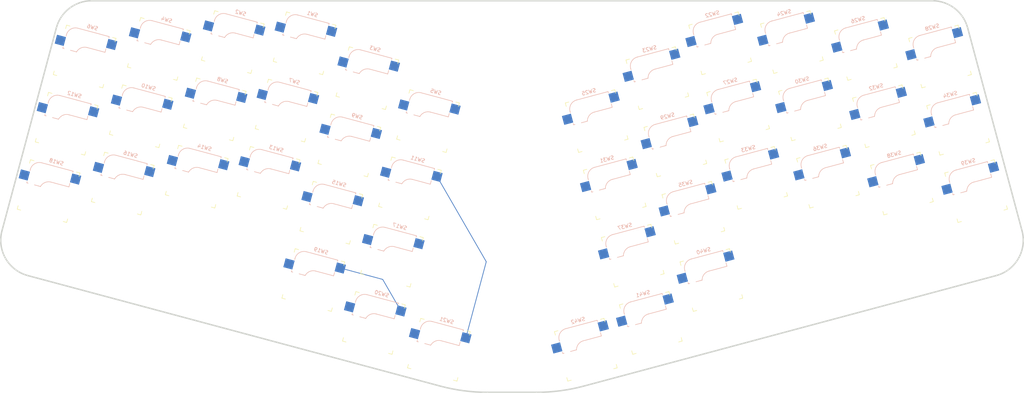
<source format=kicad_pcb>
(kicad_pcb (version 20241229) (generator "pcbnew") (generator_version "9.0")
  (layers (0 "F.Cu" signal) (2 "B.Cu" signal) (13 "F.Paste" user) (15 "B.Paste" user) (5 "F.SilkS" user "F.Silkscreen") (7 "B.SilkS" user "B.Silkscreen") (1 "F.Mask" user) (3 "B.Mask" user) (25 "Edge.Cuts" user))
  (net 0 "")
  (net 1 "Net-(D1-A)")
  (net 2 "Net-(SW1-Pad1)")
  (net 3 "Net-(SW17-Pad1)")
  (net 4 "Net-(D2-A)")
  (net 5 "Net-(D3-A)")
  (net 6 "Net-(SW10-Pad1)")
  (net 7 "Net-(SW11-Pad1)")
  (net 8 "Net-(D4-A)")
  (net 9 "Net-(D5-A)")
  (net 10 "Net-(SW12-Pad1)")
  (net 11 "Net-(D6-A)")
  (net 12 "Net-(SW13-Pad1)")
  (net 13 "Net-(SW14-Pad1)")
  (net 14 "Net-(D7-A)")
  (net 15 "Net-(D8-A)")
  (net 16 "Net-(D9-A)")
  (net 17 "Net-(D10-A)")
  (net 18 "Net-(D11-A)")
  (net 19 "Net-(D12-A)")
  (net 20 "Net-(D13-A)")
  (net 21 "Net-(D14-A)")
  (net 22 "Net-(D15-A)")
  (net 23 "Net-(D16-A)")
  (net 24 "Net-(D17-A)")
  (net 25 "Net-(D18-A)")
  (net 26 "Net-(D19-A)")
  (net 27 "Net-(D20-A)")
  (net 28 "Net-(D21-A)")
  (net 29 "Net-(D22-A)")
  (net 30 "Net-(D23-A)")
  (net 31 "Net-(D24-A)")
  (net 32 "Net-(D25-A)")
  (net 33 "Net-(D26-A)")
  (net 34 "Net-(D27-A)")
  (net 35 "Net-(D28-A)")
  (net 36 "Net-(D29-A)")
  (net 37 "Net-(D30-A)")
  (net 38 "Net-(D31-A)")
  (net 39 "Net-(D32-A)")
  (net 40 "Net-(D33-A)")
  (net 41 "Net-(D34-A)")
  (net 42 "Net-(D35-A)")
  (net 43 "Net-(D36-A)")
  (net 44 "Net-(D37-A)")
  (net 45 "Net-(D38-A)")
  (net 46 "Net-(D39-A)")
  (net 47 "Net-(D40-A)")
  (net 48 "Net-(D41-A)")
  (net 49 "Net-(D42-A)")
  (footprint "moketa:Kailh_socket_MX" (layer "F.Cu") (at 249.1399 115.186209 15)
    (property "Reference" "SW23" (at 0 -8.255 15) (layer "B.SilkS") (effects (justify mirror)))
    (property "Value" "~")
    (pad "" np_thru_hole circle (at -5.08 0 15) (size 1.7018 1.7018) (drill 1.7018) (layers "*.Cu" "*.Mask"))
    (pad "" np_thru_hole circle (at -3.81 -2.54 15) (size 3 3) (drill 3) (layers "*.Cu" "*.Mask"))
    (pad "" np_thru_hole circle (at 0 0 15) (size 3.9878 3.9878) (drill 3.9878) (layers "*.Cu" "*.Mask"))
    (pad "" np_thru_hole circle (at 2.54 -5.08 15) (size 3 3) (drill 3) (layers "*.Cu" "*.Mask"))
    (pad "" np_thru_hole circle (at 5.08 0 15) (size 1.7018 1.7018) (drill 1.7018) (layers "*.Cu" "*.Mask"))
    (pad "1" smd rect (at 6.29 -5.08 15) (size 2.55 2.5) (layers "B.Cu" "B.Mask" "B.Paste") (net 10 "Net-(SW12-Pad1)"))
    (pad "2" smd rect (at -7.56 -2.54 15) (size 2.55 2.5) (layers "B.Cu" "B.Mask" "B.Paste") (net 30 "Net-(D23-A)"))
  )
  (footprint "moketa:Kailh_socket_MX" (layer "F.Cu") (at 242.424304 163.726814 15)
    (property "Reference" "SW37" (at 0 -8.255 15) (layer "B.SilkS") (effects (justify mirror)))
    (property "Value" "~")
    (pad "" np_thru_hole circle (at -5.08 0 15) (size 1.7018 1.7018) (drill 1.7018) (layers "*.Cu" "*.Mask"))
    (pad "" np_thru_hole circle (at -3.81 -2.54 15) (size 3 3) (drill 3) (layers "*.Cu" "*.Mask"))
    (pad "" np_thru_hole circle (at 0 0 15) (size 3.9878 3.9878) (drill 3.9878) (layers "*.Cu" "*.Mask"))
    (pad "" np_thru_hole circle (at 2.54 -5.08 15) (size 3 3) (drill 3) (layers "*.Cu" "*.Mask"))
    (pad "" np_thru_hole circle (at 5.08 0 15) (size 1.7018 1.7018) (drill 1.7018) (layers "*.Cu" "*.Mask"))
    (pad "1" smd rect (at 6.29 -5.08 15) (size 2.55 2.5) (layers "B.Cu" "B.Mask" "B.Paste") (net 10 "Net-(SW12-Pad1)"))
    (pad "2" smd rect (at -7.56 -2.54 15) (size 2.55 2.5) (layers "B.Cu" "B.Mask" "B.Paste") (net 44 "Net-(D37-A)"))
  )
  (footprint "moketa:Kailh_socket_MX" (layer "F.Cu") (at 229.594886 189.450319 15)
    (property "Reference" "SW42" (at 0 -8.255 15) (layer "B.SilkS") (effects (justify mirror)))
    (property "Value" "~")
    (pad "" np_thru_hole circle (at -5.08 0 15) (size 1.7018 1.7018) (drill 1.7018) (layers "*.Cu" "*.Mask"))
    (pad "" np_thru_hole circle (at -3.81 -2.54 15) (size 3 3) (drill 3) (layers "*.Cu" "*.Mask"))
    (pad "" np_thru_hole circle (at 0 0 15) (size 3.9878 3.9878) (drill 3.9878) (layers "*.Cu" "*.Mask"))
    (pad "" np_thru_hole circle (at 2.54 -5.08 15) (size 3 3) (drill 3) (layers "*.Cu" "*.Mask"))
    (pad "" np_thru_hole circle (at 5.08 0 15) (size 1.7018 1.7018) (drill 1.7018) (layers "*.Cu" "*.Mask"))
    (pad "1" smd rect (at 6.29 -5.08 15) (size 2.55 2.5) (layers "B.Cu" "B.Mask" "B.Paste") (net 13 "Net-(SW14-Pad1)"))
    (pad "2" smd rect (at -7.56 -2.54 15) (size 2.55 2.5) (layers "B.Cu" "B.Mask" "B.Paste") (net 49 "Net-(D42-A)"))
  )
  (footprint "moketa:Kailh_socket_MX" (layer "F.Cu") (at 171.648668 182.1277 -15)
    (property "Reference" "SW20" (at 0 -8.255 165) (layer "B.SilkS") (effects (justify mirror)))
    (property "Value" "~")
    (pad "" np_thru_hole circle (at -5.08 0 345) (size 1.7018 1.7018) (drill 1.7018) (layers "*.Cu" "*.Mask"))
    (pad "" np_thru_hole circle (at -3.81 -2.54 345) (size 3 3) (drill 3) (layers "*.Cu" "*.Mask"))
    (pad "" np_thru_hole circle (at 0 0 345) (size 3.9878 3.9878) (drill 3.9878) (layers "*.Cu" "*.Mask"))
    (pad "" np_thru_hole circle (at 2.54 -5.08 345) (size 3 3) (drill 3) (layers "*.Cu" "*.Mask"))
    (pad "" np_thru_hole circle (at 5.08 0 345) (size 1.7018 1.7018) (drill 1.7018) (layers "*.Cu" "*.Mask"))
    (pad "1" smd rect (at 6.29 -5.08 345) (size 2.55 2.5) (layers "B.Cu" "B.Mask" "B.Paste") (net 6 "Net-(SW10-Pad1)"))
    (pad "2" smd rect (at -7.56 -2.54 345) (size 2.55 2.5) (layers "B.Cu" "B.Mask" "B.Paste") (net 27 "Net-(D20-A)"))
  )
  (footprint "moketa:Kailh_socket_MX" (layer "F.Cu") (at 336.30233 146.066637 15)
    (property "Reference" "SW39" (at 0 -8.255 15) (layer "B.SilkS") (effects (justify mirror)))
    (property "Value" "~")
    (pad "" np_thru_hole circle (at -5.08 0 15) (size 1.7018 1.7018) (drill 1.7018) (layers "*.Cu" "*.Mask"))
    (pad "" np_thru_hole circle (at -3.81 -2.54 15) (size 3 3) (drill 3) (layers "*.Cu" "*.Mask"))
    (pad "" np_thru_hole circle (at 0 0 15) (size 3.9878 3.9878) (drill 3.9878) (layers "*.Cu" "*.Mask"))
    (pad "" np_thru_hole circle (at 2.54 -5.08 15) (size 3 3) (drill 3) (layers "*.Cu" "*.Mask"))
    (pad "" np_thru_hole circle (at 5.08 0 15) (size 1.7018 1.7018) (drill 1.7018) (layers "*.Cu" "*.Mask"))
    (pad "1" smd rect (at 6.29 -5.08 15) (size 2.55 2.5) (layers "B.Cu" "B.Mask" "B.Paste") (net 12 "Net-(SW13-Pad1)"))
    (pad "2" smd rect (at -7.56 -2.54 15) (size 2.55 2.5) (layers "B.Cu" "B.Mask" "B.Paste") (net 46 "Net-(D39-A)"))
  )
  (footprint "moketa:Kailh_socket_MX" (layer "F.Cu") (at 290.872177 123.726091 15)
    (property "Reference" "SW30" (at 0 -8.255 15) (layer "B.SilkS") (effects (justify mirror)))
    (property "Value" "~")
    (pad "" np_thru_hole circle (at -5.08 0 15) (size 1.7018 1.7018) (drill 1.7018) (layers "*.Cu" "*.Mask"))
    (pad "" np_thru_hole circle (at -3.81 -2.54 15) (size 3 3) (drill 3) (layers "*.Cu" "*.Mask"))
    (pad "" np_thru_hole circle (at 0 0 15) (size 3.9878 3.9878) (drill 3.9878) (layers "*.Cu" "*.Mask"))
    (pad "" np_thru_hole circle (at 2.54 -5.08 15) (size 3 3) (drill 3) (layers "*.Cu" "*.Mask"))
    (pad "" np_thru_hole circle (at 5.08 0 15) (size 1.7018 1.7018) (drill 1.7018) (layers "*.Cu" "*.Mask"))
    (pad "1" smd rect (at 6.29 -5.08 15) (size 2.55 2.5) (layers "B.Cu" "B.Mask" "B.Paste") (net 2 "Net-(SW1-Pad1)"))
    (pad "2" smd rect (at -7.56 -2.54 15) (size 2.55 2.5) (layers "B.Cu" "B.Mask" "B.Paste") (net 37 "Net-(D30-A)"))
  )
  (footprint "moketa:Kailh_socket_MX" (layer "F.Cu") (at 169.863575 115.186208 -15)
    (property "Reference" "SW3" (at 0 -8.255 165) (layer "B.SilkS") (effects (justify mirror)))
    (property "Value" "~")
    (pad "" np_thru_hole circle (at -5.08 0 345) (size 1.7018 1.7018) (drill 1.7018) (layers "*.Cu" "*.Mask"))
    (pad "" np_thru_hole circle (at -3.81 -2.54 345) (size 3 3) (drill 3) (layers "*.Cu" "*.Mask"))
    (pad "" np_thru_hole circle (at 0 0 345) (size 3.9878 3.9878) (drill 3.9878) (layers "*.Cu" "*.Mask"))
    (pad "" np_thru_hole circle (at 2.54 -5.08 345) (size 3 3) (drill 3) (layers "*.Cu" "*.Mask"))
    (pad "" np_thru_hole circle (at 5.08 0 345) (size 1.7018 1.7018) (drill 1.7018) (layers "*.Cu" "*.Mask"))
    (pad "1" smd rect (at 6.29 -5.08 345) (size 2.55 2.5) (layers "B.Cu" "B.Mask" "B.Paste") (net 6 "Net-(SW10-Pad1)"))
    (pad "2" smd rect (at -7.56 -2.54 345) (size 2.55 2.5) (layers "B.Cu" "B.Mask" "B.Paste") (net 5 "Net-(D3-A)"))
  )
  (footprint "moketa:Kailh_socket_MX" (layer "F.Cu") (at 285.941674 105.325204 15)
    (property "Reference" "SW24" (at 0 -8.255 15) (layer "B.SilkS") (effects (justify mirror)))
    (property "Value" "~")
    (pad "" np_thru_hole circle (at -5.08 0 15) (size 1.7018 1.7018) (drill 1.7018) (layers "*.Cu" "*.Mask"))
    (pad "" np_thru_hole circle (at -3.81 -2.54 15) (size 3 3) (drill 3) (layers "*.Cu" "*.Mask"))
    (pad "" np_thru_hole circle (at 0 0 15) (size 3.9878 3.9878) (drill 3.9878) (layers "*.Cu" "*.Mask"))
    (pad "" np_thru_hole circle (at 2.54 -5.08 15) (size 3 3) (drill 3) (layers "*.Cu" "*.Mask"))
    (pad "" np_thru_hole circle (at 5.08 0 15) (size 1.7018 1.7018) (drill 1.7018) (layers "*.Cu" "*.Mask"))
    (pad "1" smd rect (at 6.29 -5.08 15) (size 2.55 2.5) (layers "B.Cu" "B.Mask" "B.Paste") (net 10 "Net-(SW12-Pad1)"))
    (pad "2" smd rect (at -7.56 -2.54 15) (size 2.55 2.5) (layers "B.Cu" "B.Mask" "B.Paste") (net 31 "Net-(D24-A)"))
  )
  (footprint "moketa:Kailh_socket_MX" (layer "F.Cu") (at 186.440176 126.925039 -15)
    (property "Reference" "SW5" (at 0 -8.255 165) (layer "B.SilkS") (effects (justify mirror)))
    (property "Value" "~")
    (pad "" np_thru_hole circle (at -5.08 0 345) (size 1.7018 1.7018) (drill 1.7018) (layers "*.Cu" "*.Mask"))
    (pad "" np_thru_hole circle (at -3.81 -2.54 345) (size 3 3) (drill 3) (layers "*.Cu" "*.Mask"))
    (pad "" np_thru_hole circle (at 0 0 345) (size 3.9878 3.9878) (drill 3.9878) (layers "*.Cu" "*.Mask"))
    (pad "" np_thru_hole circle (at 2.54 -5.08 345) (size 3 3) (drill 3) (layers "*.Cu" "*.Mask"))
    (pad "" np_thru_hole circle (at 5.08 0 345) (size 1.7018 1.7018) (drill 1.7018) (layers "*.Cu" "*.Mask"))
    (pad "1" smd rect (at 6.29 -5.08 345) (size 2.55 2.5) (layers "B.Cu" "B.Mask" "B.Paste") (net 10 "Net-(SW12-Pad1)"))
    (pad "2" smd rect (at -7.56 -2.54 345) (size 2.55 2.5) (layers "B.Cu" "B.Mask" "B.Paste") (net 9 "Net-(D5-A)"))
  )
  (footprint "moketa:Kailh_socket_MX" (layer "F.Cu") (at 276.169167 142.457259 15)
    (property "Reference" "SW33" (at 0 -8.255 15) (layer "B.SilkS") (effects (justify mirror)))
    (property "Value" "~")
    (pad "" np_thru_hole circle (at -5.08 0 15) (size 1.7018 1.7018) (drill 1.7018) (layers "*.Cu" "*.Mask"))
    (pad "" np_thru_hole circle (at -3.81 -2.54 15) (size 3 3) (drill 3) (layers "*.Cu" "*.Mask"))
    (pad "" np_thru_hole circle (at 0 0 15) (size 3.9878 3.9878) (drill 3.9878) (layers "*.Cu" "*.Mask"))
    (pad "" np_thru_hole circle (at 2.54 -5.08 15) (size 3 3) (drill 3) (layers "*.Cu" "*.Mask"))
    (pad "" np_thru_hole circle (at 5.08 0 15) (size 1.7018 1.7018) (drill 1.7018) (layers "*.Cu" "*.Mask"))
    (pad "1" smd rect (at 6.29 -5.08 15) (size 2.55 2.5) (layers "B.Cu" "B.Mask" "B.Paste") (net 6 "Net-(SW10-Pad1)"))
    (pad "2" smd rect (at -7.56 -2.54 15) (size 2.55 2.5) (layers "B.Cu" "B.Mask" "B.Paste") (net 40 "Net-(D33-A)"))
  )
  (footprint "moketa:Kailh_socket_MX" (layer "F.Cu") (at 237.493802 145.325927 15)
    (property "Reference" "SW31" (at 0 -8.255 15) (layer "B.SilkS") (effects (justify mirror)))
    (property "Value" "~")
    (pad "" np_thru_hole circle (at -5.08 0 15) (size 1.7018 1.7018) (drill 1.7018) (layers "*.Cu" "*.Mask"))
    (pad "" np_thru_hole circle (at -3.81 -2.54 15) (size 3 3) (drill 3) (layers "*.Cu" "*.Mask"))
    (pad "" np_thru_hole circle (at 0 0 15) (size 3.9878 3.9878) (drill 3.9878) (layers "*.Cu" "*.Mask"))
    (pad "" np_thru_hole circle (at 2.54 -5.08 15) (size 3 3) (drill 3) (layers "*.Cu" "*.Mask"))
    (pad "" np_thru_hole circle (at 5.08 0 15) (size 1.7018 1.7018) (drill 1.7018) (layers "*.Cu" "*.Mask"))
    (pad "1" smd rect (at 6.29 -5.08 15) (size 2.55 2.5) (layers "B.Cu" "B.Mask" "B.Paste") (net 3 "Net-(SW17-Pad1)"))
    (pad "2" smd rect (at -7.56 -2.54 15) (size 2.55 2.5) (layers "B.Cu" "B.Mask" "B.Paste") (net 38 "Net-(D31-A)"))
  )
  (footprint "moketa:Kailh_socket_MX" (layer "F.Cu") (at 87.631647 127.665749 -15)
    (property "Reference" "SW12" (at 0 -8.255 165) (layer "B.SilkS") (effects (justify mirror)))
    (property "Value" "~")
    (pad "" np_thru_hole circle (at -5.08 0 345) (size 1.7018 1.7018) (drill 1.7018) (layers "*.Cu" "*.Mask"))
    (pad "" np_thru_hole circle (at -3.81 -2.54 345) (size 3 3) (drill 3) (layers "*.Cu" "*.Mask"))
    (pad "" np_thru_hole circle (at 0 0 345) (size 3.9878 3.9878) (drill 3.9878) (layers "*.Cu" "*.Mask"))
    (pad "" np_thru_hole circle (at 2.54 -5.08 345) (size 3 3) (drill 3) (layers "*.Cu" "*.Mask"))
    (pad "" np_thru_hole circle (at 5.08 0 345) (size 1.7018 1.7018) (drill 1.7018) (layers "*.Cu" "*.Mask"))
    (pad "1" smd rect (at 6.29 -5.08 345) (size 2.55 2.5) (layers "B.Cu" "B.Mask" "B.Paste") (net 10 "Net-(SW12-Pad1)"))
    (pad "2" smd rect (at -7.56 -2.54 345) (size 2.55 2.5) (layers "B.Cu" "B.Mask" "B.Paste") (net 19 "Net-(D12-A)"))
  )
  (footprint "moketa:Kailh_socket_MX" (layer "F.Cu") (at 142.834308 142.457258 -15)
    (property "Reference" "SW13" (at 0 -8.255 165) (layer "B.SilkS") (effects (justify mirror)))
    (property "Value" "~")
    (pad "" np_thru_hole circle (at -5.08 0 345) (size 1.7018 1.7018) (drill 1.7018) (layers "*.Cu" "*.Mask"))
    (pad "" np_thru_hole circle (at -3.81 -2.54 345) (size 3 3) (drill 3) (layers "*.Cu" "*.Mask"))
    (pad "" np_thru_hole circle (at 0 0 345) (size 3.9878 3.9878) (drill 3.9878) (layers "*.Cu" "*.Mask"))
    (pad "" np_thru_hole circle (at 2.54 -5.08 345) (size 3 3) (drill 3) (layers "*.Cu" "*.Mask"))
    (pad "" np_thru_hole circle (at 5.08 0 345) (size 1.7018 1.7018) (drill 1.7018) (layers "*.Cu" "*.Mask"))
    (pad "1" smd rect (at 6.29 -5.08 345) (size 2.55 2.5) (layers "B.Cu" "B.Mask" "B.Paste") (net 12 "Net-(SW13-Pad1)"))
    (pad "2" smd rect (at -7.56 -2.54 345) (size 2.55 2.5) (layers "B.Cu" "B.Mask" "B.Paste") (net 20 "Net-(D13-A)"))
  )
  (footprint "moketa:Kailh_socket_MX" (layer "F.Cu") (at 155.072067 170.388869 -15)
    (property "Reference" "SW19" (at 0 -8.255 165) (layer "B.SilkS") (effects (justify mirror)))
    (property "Value" "~")
    (pad "" np_thru_hole circle (at -5.08 0 345) (size 1.7018 1.7018) (drill 1.7018) (layers "*.Cu" "*.Mask"))
    (pad "" np_thru_hole circle (at -3.81 -2.54 345) (size 3 3) (drill 3) (layers "*.Cu" "*.Mask"))
    (pad "" np_thru_hole circle (at 0 0 345) (size 3.9878 3.9878) (drill 3.9878) (layers "*.Cu" "*.Mask"))
    (pad "" np_thru_hole circle (at 2.54 -5.08 345) (size 3 3) (drill 3) (layers "*.Cu" "*.Mask"))
    (pad "" np_thru_hole circle (at 5.08 0 345) (size 1.7018 1.7018) (drill 1.7018) (layers "*.Cu" "*.Mask"))
    (pad "1" smd rect (at 6.29 -5.08 345) (size 2.55 2.5) (layers "B.Cu" "B.Mask" "B.Paste") (net 6 "Net-(SW10-Pad1)"))
    (pad "2" smd rect (at -7.56 -2.54 345) (size 2.55 2.5) (layers "B.Cu" "B.Mask" "B.Paste") (net 26 "Net-(D19-A)"))
  )
  (footprint "moketa:Kailh_socket_MX" (layer "F.Cu") (at 128.131298 123.72609 -15)
    (property "Reference" "SW8" (at 0 -8.255 165) (layer "B.SilkS") (effects (justify mirror)))
    (property "Value" "~")
    (pad "" np_thru_hole circle (at -5.08 0 345) (size 1.7018 1.7018) (drill 1.7018) (layers "*.Cu" "*.Mask"))
    (pad "" np_thru_hole circle (at -3.81 -2.54 345) (size 3 3) (drill 3) (layers "*.Cu" "*.Mask"))
    (pad "" np_thru_hole circle (at 0 0 345) (size 3.9878 3.9878) (drill 3.9878) (layers "*.Cu" "*.Mask"))
    (pad "" np_thru_hole circle (at 2.54 -5.08 345) (size 3 3) (drill 3) (layers "*.Cu" "*.Mask"))
    (pad "" np_thru_hole circle (at 5.08 0 345) (size 1.7018 1.7018) (drill 1.7018) (layers "*.Cu" "*.Mask"))
    (pad "1" smd rect (at 6.29 -5.08 345) (size 2.55 2.5) (layers "B.Cu" "B.Mask" "B.Paste") (net 2 "Net-(SW1-Pad1)"))
    (pad "2" smd rect (at -7.56 -2.54 345) (size 2.55 2.5) (layers "B.Cu" "B.Mask" "B.Paste") (net 15 "Net-(D8-A)"))
  )
  (footprint "moketa:Kailh_socket_MX" (layer "F.Cu") (at 107.906125 125.603915 -15)
    (property "Reference" "SW10" (at 0 -8.255 165) (layer "B.SilkS") (effects (justify mirror)))
    (property "Value" "~")
    (pad "" np_thru_hole circle (at -5.08 0 345) (size 1.7018 1.7018) (drill 1.7018) (layers "*.Cu" "*.Mask"))
    (pad "" np_thru_hole circle (at -3.81 -2.54 345) (size 3 3) (drill 3) (layers "*.Cu" "*.Mask"))
    (pad "" np_thru_hole circle (at 0 0 345) (size 3.9878 3.9878) (drill 3.9878) (layers "*.Cu" "*.Mask"))
    (pad "" np_thru_hole circle (at 2.54 -5.08 345) (size 3 3) (drill 3) (layers "*.Cu" "*.Mask"))
    (pad "" np_thru_hole circle (at 5.08 0 345) (size 1.7018 1.7018) (drill 1.7018) (layers "*.Cu" "*.Mask"))
    (pad "1" smd rect (at 6.29 -5.08 345) (size 2.55 2.5) (layers "B.Cu" "B.Mask" "B.Paste") (net 6 "Net-(SW10-Pad1)"))
    (pad "2" smd rect (at -7.56 -2.54 345) (size 2.55 2.5) (layers "B.Cu" "B.Mask" "B.Paste") (net 17 "Net-(D10-A)"))
  )
  (footprint "moketa:Kailh_socket_MX" (layer "F.Cu") (at 160.00257 151.987982 -15)
    (property "Reference" "SW15" (at 0 -8.255 165) (layer "B.SilkS") (effects (justify mirror)))
    (property "Value" "~")
    (pad "" np_thru_hole circle (at -5.08 0 345) (size 1.7018 1.7018) (drill 1.7018) (layers "*.Cu" "*.Mask"))
    (pad "" np_thru_hole circle (at -3.81 -2.54 345) (size 3 3) (drill 3) (layers "*.Cu" "*.Mask"))
    (pad "" np_thru_hole circle (at 0 0 345) (size 3.9878 3.9878) (drill 3.9878) (layers "*.Cu" "*.Mask"))
    (pad "" np_thru_hole circle (at 2.54 -5.08 345) (size 3 3) (drill 3) (layers "*.Cu" "*.Mask"))
    (pad "" np_thru_hole circle (at 5.08 0 345) (size 1.7018 1.7018) (drill 1.7018) (layers "*.Cu" "*.Mask"))
    (pad "1" smd rect (at 6.29 -5.08 345) (size 2.55 2.5) (layers "B.Cu" "B.Mask" "B.Paste") (net 2 "Net-(SW1-Pad1)"))
    (pad "2" smd rect (at -7.56 -2.54 345) (size 2.55 2.5) (layers "B.Cu" "B.Mask" "B.Paste") (net 22 "Net-(D15-A)"))
  )
  (footprint "moketa:Kailh_socket_MX" (layer "F.Cu") (at 311.09735 125.603916 15)
    (property "Reference" "SW32" (at 0 -8.255 15) (layer "B.SilkS") (effects (justify mirror)))
    (property "Value" "~")
    (pad "" np_thru_hole circle (at -5.08 0 15) (size 1.7018 1.7018) (drill 1.7018) (layers "*.Cu" "*.Mask"))
    (pad "" np_thru_hole circle (at -3.81 -2.54 15) (size 3 3) (drill 3) (layers "*.Cu" "*.Mask"))
    (pad "" np_thru_hole circle (at 0 0 15) (size 3.9878 3.9878) (drill 3.9878) (layers "*.Cu" "*.Mask"))
    (pad "" np_thru_hole circle (at 2.54 -5.08 15) (size 3 3) (drill 3) (layers "*.Cu" "*.Mask"))
    (pad "" np_thru_hole circle (at 5.08 0 15) (size 1.7018 1.7018) (drill 1.7018) (layers "*.Cu" "*.Mask"))
    (pad "1" smd rect (at 6.29 -5.08 15) (size 2.55 2.5) (layers "B.Cu" "B.Mask" "B.Paste") (net 3 "Net-(SW17-Pad1)"))
    (pad "2" smd rect (at -7.56 -2.54 15) (size 2.55 2.5) (layers "B.Cu" "B.Mask" "B.Paste") (net 39 "Net-(D32-A)"))
  )
  (footprint "moketa:Kailh_socket_MX" (layer "F.Cu") (at 266.308161 105.655485 15)
    (property "Reference" "SW22" (at 0 -8.255 15) (layer "B.SilkS") (effects (justify mirror)))
    (property "Value" "~")
    (pad "" np_thru_hole circle (at -5.08 0 15) (size 1.7018 1.7018) (drill 1.7018) (layers "*.Cu" "*.Mask"))
    (pad "" np_thru_hole circle (at -3.81 -2.54 15) (size 3 3) (drill 3) (layers "*.Cu" "*.Mask"))
    (pad "" np_thru_hole circle (at 0 0 15) (size 3.9878 3.9878) (drill 3.9878) (layers "*.Cu" "*.Mask"))
    (pad "" np_thru_hole circle (at 2.54 -5.08 15) (size 3 3) (drill 3) (layers "*.Cu" "*.Mask"))
    (pad "" np_thru_hole circle (at 5.08 0 15) (size 1.7018 1.7018) (drill 1.7018) (layers "*.Cu" "*.Mask"))
    (pad "1" smd rect (at 6.29 -5.08 15) (size 2.55 2.5) (layers "B.Cu" "B.Mask" "B.Paste") (net 7 "Net-(SW11-Pad1)"))
    (pad "2" smd rect (at -7.56 -2.54 15) (size 2.55 2.5) (layers "B.Cu" "B.Mask" "B.Paste") (net 29 "Net-(D22-A)"))
  )
  (footprint "moketa:Kailh_socket_MX" (layer "F.Cu") (at 263.931408 170.38887 15)
    (property "Reference" "SW40" (at 0 -8.255 15) (layer "B.SilkS") (effects (justify mirror)))
    (property "Value" "~")
    (pad "" np_thru_hole circle (at -5.08 0 15) (size 1.7018 1.7018) (drill 1.7018) (layers "*.Cu" "*.Mask"))
    (pad "" np_thru_hole circle (at -3.81 -2.54 15) (size 3 3) (drill 3) (layers "*.Cu" "*.Mask"))
    (pad "" np_thru_hole circle (at 0 0 15) (size 3.9878 3.9878) (drill 3.9878) (layers "*.Cu" "*.Mask"))
    (pad "" np_thru_hole circle (at 2.54 -5.08 15) (size 3 3) (drill 3) (layers "*.Cu" "*.Mask"))
    (pad "" np_thru_hole circle (at 5.08 0 15) (size 1.7018 1.7018) (drill 1.7018) (layers "*.Cu" "*.Mask"))
    (pad "1" smd rect (at 6.29 -5.08 15) (size 2.55 2.5) (layers "B.Cu" "B.Mask" "B.Paste") (net 12 "Net-(SW13-Pad1)"))
    (pad "2" smd rect (at -7.56 -2.54 15) (size 2.55 2.5) (layers "B.Cu" "B.Mask" "B.Paste") (net 47 "Net-(D40-A)"))
  )
  (footprint "moketa:Kailh_socket_MX" (layer "F.Cu") (at 331.371828 127.66575 15)
    (property "Reference" "SW34" (at 0 -8.255 15) (layer "B.SilkS") (effects (justify mirror)))
    (property "Value" "~")
    (pad "" np_thru_hole circle (at -5.08 0 15) (size 1.7018 1.7018) (drill 1.7018) (layers "*.Cu" "*.Mask"))
    (pad "" np_thru_hole circle (at -3.81 -2.54 15) (size 3 3) (drill 3) (layers "*.Cu" "*.Mask"))
    (pad "" np_thru_hole circle (at 0 0 15) (size 3.9878 3.9878) (drill 3.9878) (layers "*.Cu" "*.Mask"))
    (pad "" np_thru_hole circle (at 2.54 -5.08 15) (size 3 3) (drill 3) (layers "*.Cu" "*.Mask"))
    (pad "" np_thru_hole circle (at 5.08 0 15) (size 1.7018 1.7018) (drill 1.7018) (layers "*.Cu" "*.Mask"))
    (pad "1" smd rect (at 6.29 -5.08 15) (size 2.55 2.5) (layers "B.Cu" "B.Mask" "B.Paste") (net 6 "Net-(SW10-Pad1)"))
    (pad "2" smd rect (at -7.56 -2.54 15) (size 2.55 2.5) (layers "B.Cu" "B.Mask" "B.Paste") (net 41 "Net-(D34-A)"))
  )
  (footprint "moketa:Kailh_socket_MX" (layer "F.Cu") (at 295.802679 142.126978 15)
    (property "Reference" "SW36" (at 0 -8.255 15) (layer "B.SilkS") (effects (justify mirror)))
    (property "Value" "~")
    (pad "" np_thru_hole circle (at -5.08 0 15) (size 1.7018 1.7018) (drill 1.7018) (layers "*.Cu" "*.Mask"))
    (pad "" np_thru_hole circle (at -3.81 -2.54 15) (size 3 3) (drill 3) (layers "*.Cu" "*.Mask"))
    (pad "" np_thru_hole circle (at 0 0 15) (size 3.9878 3.9878) (drill 3.9878) (layers "*.Cu" "*.Mask"))
    (pad "" np_thru_hole circle (at 2.54 -5.08 15) (size 3 3) (drill 3) (layers "*.Cu" "*.Mask"))
    (pad "" np_thru_hole circle (at 5.08 0 15) (size 1.7018 1.7018) (drill 1.7018) (layers "*.Cu" "*.Mask"))
    (pad "1" smd rect (at 6.29 -5.08 15) (size 2.55 2.5) (layers "B.Cu" "B.Mask" "B.Paste") (net 7 "Net-(SW11-Pad1)"))
    (pad "2" smd rect (at -7.56 -2.54 15) (size 2.55 2.5) (layers "B.Cu" "B.Mask" "B.Paste") (net 43 "Net-(D36-A)"))
  )
  (footprint "moketa:Kailh_socket_MX" (layer "F.Cu") (at 181.509673 145.325926 -15)
    (property "Reference" "SW11" (at 0 -8.255 165) (layer "B.SilkS") (effects (justify mirror)))
    (property "Value" "~")
    (pad "" np_thru_hole circle (at -5.08 0 345) (size 1.7018 1.7018) (drill 1.7018) (layers "*.Cu" "*.Mask"))
    (pad "" np_thru_hole circle (at -3.81 -2.54 345) (size 3 3) (drill 3) (layers "*.Cu" "*.Mask"))
    (pad "" np_thru_hole circle (at 0 0 345) (size 3.9878 3.9878) (drill 3.9878) (layers "*.Cu" "*.Mask"))
    (pad "" np_thru_hole circle (at 2.54 -5.08 345) (size 3 3) (drill 3) (layers "*.Cu" "*.Mask"))
    (pad "" np_thru_hole circle (at 5.08 0 345) (size 1.7018 1.7018) (drill 1.7018) (layers "*.Cu" "*.Mask"))
    (pad "1" smd rect (at 6.29 -5.08 345) (size 2.55 2.5) (layers "B.Cu" "B.Mask" "B.Paste") (net 7 "Net-(SW11-Pad1)"))
    (pad "2" smd rect (at -7.56 -2.54 345) (size 2.55 2.5) (layers "B.Cu" "B.Mask" "B.Paste") (net 18 "Net-(D11-A)"))
  )
  (footprint "moketa:Kailh_socket_MX" (layer "F.Cu") (at 123.200796 142.126977 -15)
    (property "Reference" "SW14" (at 0 -8.255 165) (layer "B.SilkS") (effects (justify mirror)))
    (property "Value" "~")
    (pad "" np_thru_hole circle (at -5.08 0 345) (size 1.7018 1.7018) (drill 1.7018) (layers "*.Cu" "*.Mask"))
    (pad "" np_thru_hole circle (at -3.81 -2.54 345) (size 3 3) (drill 3) (layers "*.Cu" "*.Mask"))
    (pad "" np_thru_hole circle (at 0 0 345) (size 3.9878 3.9878) (drill 3.9878) (layers "*.Cu" "*.Mask"))
    (pad "" np_thru_hole circle (at 2.54 -5.08 345) (size 3 3) (drill 3) (layers "*.Cu" "*.Mask"))
    (pad "" np_thru_hole circle (at 5.08 0 345) (size 1.7018 1.7018) (drill 1.7018) (layers "*.Cu" "*.Mask"))
    (pad "1" smd rect (at 6.29 -5.08 345) (size 2.55 2.5) (layers "B.Cu" "B.Mask" "B.Paste") (net 13 "Net-(SW14-Pad1)"))
    (pad "2" smd rect (at -7.56 -2.54 345) (size 2.55 2.5) (layers "B.Cu" "B.Mask" "B.Paste") (net 21 "Net-(D14-A)"))
  )
  (footprint "moketa:Kailh_socket_MX" (layer "F.Cu") (at 247.354807 182.127701 15)
    (property "Reference" "SW41" (at 0 -8.255 15) (layer "B.SilkS") (effects (justify mirror)))
    (property "Value" "~")
    (pad "" np_thru_hole circle (at -5.08 0 15) (size 1.7018 1.7018) (drill 1.7018) (layers "*.Cu" "*.Mask"))
    (pad "" np_thru_hole circle (at -3.81 -2.54 15) (size 3 3) (drill 3) (layers "*.Cu" "*.Mask"))
    (pad "" np_thru_hole circle (at 0 0 15) (size 3.9878 3.9878) (drill 3.9878) (layers "*.Cu" "*.Mask"))
    (pad "" np_thru_hole circle (at 2.54 -5.08 15) (size 3 3) (drill 3) (layers "*.Cu" "*.Mask"))
    (pad "" np_thru_hole circle (at 5.08 0 15) (size 1.7018 1.7018) (drill 1.7018) (layers "*.Cu" "*.Mask"))
    (pad "1" smd rect (at 6.29 -5.08 15) (size 2.55 2.5) (layers "B.Cu" "B.Mask" "B.Paste") (net 13 "Net-(SW14-Pad1)"))
    (pad "2" smd rect (at -7.56 -2.54 15) (size 2.55 2.5) (layers "B.Cu" "B.Mask" "B.Paste") (net 48 "Net-(D41-A)"))
  )
  (footprint "moketa:Kailh_socket_MX" (layer "F.Cu") (at 189.408589 189.450319 -15)
    (property "Reference" "SW21" (at 0 -8.255 165) (layer "B.SilkS") (effects (justify mirror)))
    (property "Value" "~")
    (pad "" np_thru_hole circle (at -5.08 0 345) (size 1.7018 1.7018) (drill 1.7018) (layers "*.Cu" "*.Mask"))
    (pad "" np_thru_hole circle (at -3.81 -2.54 345) (size 3 3) (drill 3) (layers "*.Cu" "*.Mask"))
    (pad "" np_thru_hole circle (at 0 0 345) (size 3.9878 3.9878) (drill 3.9878) (layers "*.Cu" "*.Mask"))
    (pad "" np_thru_hole circle (at 2.54 -5.08 345) (size 3 3) (drill 3) (layers "*.Cu" "*.Mask"))
    (pad "" np_thru_hole circle (at 5.08 0 345) (size 1.7018 1.7018) (drill 1.7018) (layers "*.Cu" "*.Mask"))
    (pad "1" smd rect (at 6.29 -5.08 345) (size 2.55 2.5) (layers "B.Cu" "B.Mask" "B.Paste") (net 7 "Net-(SW11-Pad1)"))
    (pad "2" smd rect (at -7.56 -2.54 345) (size 2.55 2.5) (layers "B.Cu" "B.Mask" "B.Paste") (net 28 "Net-(D21-A)"))
  )
  (footprint "moketa:Kailh_socket_MX" (layer "F.Cu") (at 232.563299 126.92504 15)
    (property "Reference" "SW25" (at 0 -8.255 15) (layer "B.SilkS") (effects (justify mirror)))
    (property "Value" "~")
    (pad "" np_thru_hole circle (at -5.08 0 15) (size 1.7018 1.7018) (drill 1.7018) (layers "*.Cu" "*.Mask"))
    (pad "" np_thru_hole circle (at -3.81 -2.54 15) (size 3 3) (drill 3) (layers "*.Cu" "*.Mask"))
    (pad "" np_thru_hole circle (at 0 0 15) (size 3.9878 3.9878) (drill 3.9878) (layers "*.Cu" "*.Mask"))
    (pad "" np_thru_hole circle (at 2.54 -5.08 15) (size 3 3) (drill 3) (layers "*.Cu" "*.Mask"))
    (pad "" np_thru_hole circle (at 5.08 0 15) (size 1.7018 1.7018) (drill 1.7018) (layers "*.Cu" "*.Mask"))
    (pad "1" smd rect (at 6.29 -5.08 15) (size 2.55 2.5) (layers "B.Cu" "B.Mask" "B.Paste") (net 12 "Net-(SW13-Pad1)"))
    (pad "2" smd rect (at -7.56 -2.54 15) (size 2.55 2.5) (layers "B.Cu" "B.Mask" "B.Paste") (net 32 "Net-(D25-A)"))
  )
  (footprint "moketa:Kailh_socket_MX" (layer "F.Cu") (at 176.579171 163.726813 -15)
    (property "Reference" "SW17" (at 0 -8.255 165) (layer "B.SilkS") (effects (justify mirror)))
    (property "Value" "~")
    (pad "" np_thru_hole circle (at -5.08 0 345) (size 1.7018 1.7018) (drill 1.7018) (layers "*.Cu" "*.Mask"))
    (pad "" np_thru_hole circle (at -3.81 -2.54 345) (size 3 3) (drill 3) (layers "*.Cu" "*.Mask"))
    (pad "" np_thru_hole circle (at 0 0 345) (size 3.9878 3.9878) (drill 3.9878) (layers "*.Cu" "*.Mask"))
    (pad "" np_thru_hole circle (at 2.54 -5.08 345) (size 3 3) (drill 3) (layers "*.Cu" "*.Mask"))
    (pad "" np_thru_hole circle (at 5.08 0 345) (size 1.7018 1.7018) (drill 1.7018) (layers "*.Cu" "*.Mask"))
    (pad "1" smd rect (at 6.29 -5.08 345) (size 2.55 2.5) (layers "B.Cu" "B.Mask" "B.Paste") (net 3 "Net-(SW17-Pad1)"))
    (pad "2" smd rect (at -7.56 -2.54 345) (size 2.55 2.5) (layers "B.Cu" "B.Mask" "B.Paste") (net 24 "Net-(D17-A)"))
  )
  (footprint "moketa:Kailh_socket_MX" (layer "F.Cu") (at 164.933072 133.587095 -15)
    (property "Reference" "SW9" (at 0 -8.255 165) (layer "B.SilkS") (effects (justify mirror)))
    (property "Value" "~")
    (pad "" np_thru_hole circle (at -5.08 0 345) (size 1.7018 1.7018) (drill 1.7018) (layers "*.Cu" "*.Mask"))
    (pad "" np_thru_hole circle (at -3.81 -2.54 345) (size 3 3) (drill 3) (layers "*.Cu" "*.Mask"))
    (pad "" np_thru_hole circle (at 0 0 345) (size 3.9878 3.9878) (drill 3.9878) (layers "*.Cu" "*.Mask"))
    (pad "" np_thru_hole circle (at 2.54 -5.08 345) (size 3 3) (drill 3) (layers "*.Cu" "*.Mask"))
    (pad "" np_thru_hole circle (at 5.08 0 345) (size 1.7018 1.7018) (drill 1.7018) (layers "*.Cu" "*.Mask"))
    (pad "1" smd rect (at 6.29 -5.08 345) (size 2.55 2.5) (layers "B.Cu" "B.Mask" "B.Paste") (net 3 "Net-(SW17-Pad1)"))
    (pad "2" smd rect (at -7.56 -2.54 345) (size 2.55 2.5) (layers "B.Cu" "B.Mask" "B.Paste") (net 16 "Net-(D9-A)"))
  )
  (footprint "moketa:Kailh_socket_MX" (layer "F.Cu") (at 133.061801 105.325203 -15)
    (property "Reference" "SW2" (at 0 -8.255 165) (layer "B.SilkS") (effects (justify mirror)))
    (property "Value" "~")
    (pad "" np_thru_hole circle (at -5.08 0 345) (size 1.7018 1.7018) (drill 1.7018) (layers "*.Cu" "*.Mask"))
    (pad "" np_thru_hole circle (at -3.81 -2.54 345) (size 3 3) (drill 3) (layers "*.Cu" "*.Mask"))
    (pad "" np_thru_hole circle (at 0 0 345) (size 3.9878 3.9878) (drill 3.9878) (layers "*.Cu" "*.Mask"))
    (pad "" np_thru_hole circle (at 2.54 -5.08 345) (size 3 3) (drill 3) (layers "*.Cu" "*.Mask"))
    (pad "" np_thru_hole circle (at 5.08 0 345) (size 1.7018 1.7018) (drill 1.7018) (layers "*.Cu" "*.Mask"))
    (pad "1" smd rect (at 6.29 -5.08 345) (size 2.55 2.5) (layers "B.Cu" "B.Mask" "B.Paste") (net 3 "Net-(SW17-Pad1)"))
    (pad "2" smd rect (at -7.56 -2.54 345) (size 2.55 2.5) (layers "B.Cu" "B.Mask" "B.Paste") (net 4 "Net-(D2-A)"))
  )
  (footprint "moketa:Kailh_socket_MX" (layer "F.Cu") (at 259.000905 151.987983 15)
    (property "Reference" "SW35" (at 0 -8.255 15) (layer "B.SilkS") (effects (justify mirror)))
    (property "Value" "~")
    (pad "" np_thru_hole circle (at -5.08 0 15) (size 1.7018 1.7018) (drill 1.7018) (layers "*.Cu" "*.Mask"))
    (pad "" np_thru_hole circle (at -3.81 -2.54 15) (size 3 3) (drill 3) (layers "*.Cu" "*.Mask"))
    (pad "" np_thru_hole circle (at 0 0 15) (size 3.9878 3.9878) (drill 3.9878) (layers "*.Cu" "*.Mask"))
    (pad "" np_thru_hole circle (at 2.54 -5.08 15) (size 3 3) (drill 3) (layers "*.Cu" "*.Mask"))
    (pad "" np_thru_hole circle (at 5.08 0 15) (size 1.7018 1.7018) (drill 1.7018) (layers "*.Cu" "*.Mask"))
    (pad "1" smd rect (at 6.29 -5.08 15) (size 2.55 2.5) (layers "B.Cu" "B.Mask" "B.Paste") (net 7 "Net-(SW11-Pad1)"))
    (pad "2" smd rect (at -7.56 -2.54 15) (size 2.55 2.5) (layers "B.Cu" "B.Mask" "B.Paste") (net 42 "Net-(D35-A)"))
  )
  (footprint "moketa:Kailh_socket_MX" (layer "F.Cu") (at 316.027852 144.004803 15)
    (property "Reference" "SW38" (at 0 -8.255 15) (layer "B.SilkS") (effects (justify mirror)))
    (property "Value" "~")
    (pad "" np_thru_hole circle (at -5.08 0 15) (size 1.7018 1.7018) (drill 1.7018) (layers "*.Cu" "*.Mask"))
    (pad "" np_thru_hole circle (at -3.81 -2.54 15) (size 3 3) (drill 3) (layers "*.Cu" "*.Mask"))
    (pad "" np_thru_hole circle (at 0 0 15) (size 3.9878 3.9878) (drill 3.9878) (layers "*.Cu" "*.Mask"))
    (pad "" np_thru_hole circle (at 2.54 -5.08 15) (size 3 3) (drill 3) (layers "*.Cu" "*.Mask"))
    (pad "" np_thru_hole circle (at 5.08 0 15) (size 1.7018 1.7018) (drill 1.7018) (layers "*.Cu" "*.Mask"))
    (pad "1" smd rect (at 6.29 -5.08 15) (size 2.55 2.5) (layers "B.Cu" "B.Mask" "B.Paste") (net 10 "Net-(SW12-Pad1)"))
    (pad "2" smd rect (at -7.56 -2.54 15) (size 2.55 2.5) (layers "B.Cu" "B.Mask" "B.Paste") (net 45 "Net-(D38-A)"))
  )
  (footprint "moketa:Kailh_socket_MX" (layer "F.Cu") (at 254.070403 133.587096 15)
    (property "Reference" "SW29" (at 0 -8.255 15) (layer "B.SilkS") (effects (justify mirror)))
    (property "Value" "~")
    (pad "" np_thru_hole circle (at -5.08 0 15) (size 1.7018 1.7018) (drill 1.7018) (layers "*.Cu" "*.Mask"))
    (pad "" np_thru_hole circle (at -3.81 -2.54 15) (size 3 3) (drill 3) (layers "*.Cu" "*.Mask"))
    (pad "" np_thru_hole circle (at 0 0 15) (size 3.9878 3.9878) (drill 3.9878) (layers "*.Cu" "*.Mask"))
    (pad "" np_thru_hole circle (at 2.54 -5.08 15) (size 3 3) (drill 3) (layers "*.Cu" "*.Mask"))
    (pad "" np_thru_hole circle (at 5.08 0 15) (size 1.7018 1.7018) (drill 1.7018) (layers "*.Cu" "*.Mask"))
    (pad "1" smd rect (at 6.29 -5.08 15) (size 2.55 2.5) (layers "B.Cu" "B.Mask" "B.Paste") (net 2 "Net-(SW1-Pad1)"))
    (pad "2" smd rect (at -7.56 -2.54 15) (size 2.55 2.5) (layers "B.Cu" "B.Mask" "B.Paste") (net 36 "Net-(D29-A)"))
  )
  (footprint "moketa:Kailh_socket_MX" (layer "F.Cu") (at 102.975623 144.004802 -15)
    (property "Reference" "SW16" (at 0 -8.255 165) (layer "B.SilkS") (effects (justify mirror)))
    (property "Value" "~")
    (pad "" np_thru_hole circle (at -5.08 0 345) (size 1.7018 1.7018) (drill 1.7018) (layers "*.Cu" "*.Mask"))
    (pad "" np_thru_hole circle (at -3.81 -2.54 345) (size 3 3) (drill 3) (layers "*.Cu" "*.Mask"))
    (pad "" np_thru_hole circle (at 0 0 345) (size 3.9878 3.9878) (drill 3.9878) (layers "*.Cu" "*.Mask"))
    (pad "" np_thru_hole circle (at 2.54 -5.08 345) (size 3 3) (drill 3) (layers "*.Cu" "*.Mask"))
    (pad "" np_thru_hole circle (at 5.08 0 345) (size 1.7018 1.7018) (drill 1.7018) (layers "*.Cu" "*.Mask"))
    (pad "1" smd rect (at 6.29 -5.08 345) (size 2.55 2.5) (layers "B.Cu" "B.Mask" "B.Paste") (net 2 "Net-(SW1-Pad1)"))
    (pad "2" smd rect (at -7.56 -2.54 345) (size 2.55 2.5) (layers "B.Cu" "B.Mask" "B.Paste") (net 23 "Net-(D16-A)"))
  )
  (footprint "moketa:Kailh_socket_MX" (layer "F.Cu") (at 82.701145 146.066636 -15)
    (property "Reference" "SW18" (at 0 -8.255 165) (layer "B.SilkS") (effects (justify mirror)))
    (property "Value" "~")
    (pad "" np_thru_hole circle (at -5.08 0 345) (size 1.7018 1.7018) (drill 1.7018) (layers "*.Cu" "*.Mask"))
    (pad "" np_thru_hole circle (at -3.81 -2.54 345) (size 3 3) (drill 3) (layers "*.Cu" "*.Mask"))
    (pad "" np_thru_hole circle (at 0 0 345) (size 3.9878 3.9878) (drill 3.9878) (layers "*.Cu" "*.Mask"))
    (pad "" np_thru_hole circle (at 2.54 -5.08 345) (size 3 3) (drill 3) (layers "*.Cu" "*.Mask"))
    (pad "" np_thru_hole circle (at 5.08 0 345) (size 1.7018 1.7018) (drill 1.7018) (layers "*.Cu" "*.Mask"))
    (pad "1" smd rect (at 6.29 -5.08 345) (size 2.55 2.5) (layers "B.Cu" "B.Mask" "B.Paste") (net 3 "Net-(SW17-Pad1)"))
    (pad "2" smd rect (at -7.56 -2.54 345) (size 2.55 2.5) (layers "B.Cu" "B.Mask" "B.Paste") (net 25 "Net-(D18-A)"))
  )
  (footprint "moketa:Kailh_socket_MX" (layer "F.Cu") (at 112.836628 107.203028 -15)
    (property "Reference" "SW4" (at 0 -8.255 165) (layer "B.SilkS") (effects (justify mirror)))
    (property "Value" "~")
    (pad "" np_thru_hole circle (at -5.08 0 345) (size 1.7018 1.7018) (drill 1.7018) (layers "*.Cu" "*.Mask"))
    (pad "" np_thru_hole circle (at -3.81 -2.54 345) (size 3 3) (drill 3) (layers "*.Cu" "*.Mask"))
    (pad "" np_thru_hole circle (at 0 0 345) (size 3.9878 3.9878) (drill 3.9878) (layers "*.Cu" "*.Mask"))
    (pad "" np_thru_hole circle (at 2.54 -5.08 345) (size 3 3) (drill 3) (layers "*.Cu" "*.Mask"))
    (pad "" np_thru_hole circle (at 5.08 0 345) (size 1.7018 1.7018) (drill 1.7018) (layers "*.Cu" "*.Mask"))
    (pad "1" smd rect (at 6.29 -5.08 345) (size 2.55 2.5) (layers "B.Cu" "B.Mask" "B.Paste") (net 7 "Net-(SW11-Pad1)"))
    (pad "2" smd rect (at -7.56 -2.54 345) (size 2.55 2.5) (layers "B.Cu" "B.Mask" "B.Paste") (net 8 "Net-(D4-A)"))
  )
  (footprint "moketa:Kailh_socket_MX" (layer "F.Cu") (at 326.441325 109.264863 15)
    (property "Reference" "SW28" (at 0 -8.255 15) (layer "B.SilkS") (effects (justify mirror)))
    (property "Value" "~")
    (pad "" np_thru_hole circle (at -5.08 0 15) (size 1.7018 1.7018) (drill 1.7018) (layers "*.Cu" "*.Mask"))
    (pad "" np_thru_hole circle (at -3.81 -2.54 15) (size 3 3) (drill 3) (layers "*.Cu" "*.Mask"))
    (pad "" np_thru_hole circle (at 0 0 15) (size 3.9878 3.9878) (drill 3.9878) (layers "*.Cu" "*.Mask"))
    (pad "" np_thru_hole circle (at 2.54 -5.08 15) (size 3 3) (drill 3) (layers "*.Cu" "*.Mask"))
    (pad "" np_thru_hole circle (at 5.08 0 15) (size 1.7018 1.7018) (drill 1.7018) (layers "*.Cu" "*.Mask"))
    (pad "1" smd rect (at 6.29 -5.08 15) (size 2.55 2.5) (layers "B.Cu" "B.Mask" "B.Paste") (net 13 "Net-(SW14-Pad1)"))
    (pad "2" smd rect (at -7.56 -2.54 15) (size 2.55 2.5) (layers "B.Cu" "B.Mask" "B.Paste") (net 35 "Net-(D28-A)"))
  )
  (footprint "moketa:Kailh_socket_MX" (layer "F.Cu") (at 306.166847 107.203029 15)
    (property "Reference" "SW26" (at 0 -8.255 15) (layer "B.SilkS") (effects (justify mirror)))
    (property "Value" "~")
    (pad "" np_thru_hole circle (at -5.08 0 15) (size 1.7018 1.7018) (drill 1.7018) (layers "*.Cu" "*.Mask"))
    (pad "" np_thru_hole circle (at -3.81 -2.54 15) (size 3 3) (drill 3) (layers "*.Cu" "*.Mask"))
    (pad "" np_thru_hole circle (at 0 0 15) (size 3.9878 3.9878) (drill 3.9878) (layers "*.Cu" "*.Mask"))
    (pad "" np_thru_hole circle (at 2.54 -5.08 15) (size 3 3) (drill 3) (layers "*.Cu" "*.Mask"))
    (pad "" np_thru_hole circle (at 5.08 0 15) (size 1.7018 1.7018) (drill 1.7018) (layers "*.Cu" "*.Mask"))
    (pad "1" smd rect (at 6.29 -5.08 15) (size 2.55 2.5) (layers "B.Cu" "B.Mask" "B.Paste") (net 12 "Net-(SW13-Pad1)"))
    (pad "2" smd rect (at -7.56 -2.54 15) (size 2.55 2.5) (layers "B.Cu" "B.Mask" "B.Paste") (net 33 "Net-(D26-A)"))
  )
  (footprint "moketa:Kailh_socket_MX" (layer "F.Cu") (at 152.695314 105.655484 -15)
    (property "Reference" "SW1" (at 0 -8.255 165) (layer "B.SilkS") (effects (justify mirror)))
    (property "Value" "~")
    (pad "" np_thru_hole circle (at -5.08 0 345) (size 1.7018 1.7018) (drill 1.7018) (layers "*.Cu" "*.Mask"))
    (pad "" np_thru_hole circle (at -3.81 -2.54 345) (size 3 3) (drill 3) (layers "*.Cu" "*.Mask"))
    (pad "" np_thru_hole circle (at 0 0 345) (size 3.9878 3.9878) (drill 3.9878) (layers "*.Cu" "*.Mask"))
    (pad "" np_thru_hole circle (at 2.54 -5.08 345) (size 3 3) (drill 3) (layers "*.Cu" "*.Mask"))
    (pad "" np_thru_hole circle (at 5.08 0 345) (size 1.7018 1.7018) (drill 1.7018) (layers "*.Cu" "*.Mask"))
    (pad "1" smd rect (at 6.29 -5.08 345) (size 2.55 2.5) (layers "B.Cu" "B.Mask" "B.Paste") (net 2 "Net-(SW1-Pad1)"))
    (pad "2" smd rect (at -7.56 -2.54 345) (size 2.55 2.5) (layers "B.Cu" "B.Mask" "B.Paste") (net 1 "Net-(D1-A)"))
  )
  (footprint "moketa:Kailh_socket_MX" (layer "F.Cu") (at 92.56215 109.264862 -15)
    (property "Reference" "SW6" (at 0 -8.255 165) (layer "B.SilkS") (effects (justify mirror)))
    (property "Value" "~")
    (pad "" np_thru_hole circle (at -5.08 0 345) (size 1.7018 1.7018) (drill 1.7018) (layers "*.Cu" "*.Mask"))
    (pad "" np_thru_hole circle (at -3.81 -2.54 345) (size 3 3) (drill 3) (layers "*.Cu" "*.Mask"))
    (pad "" np_thru_hole circle (at 0 0 345) (size 3.9878 3.9878) (drill 3.9878) (layers "*.Cu" "*.Mask"))
    (pad "" np_thru_hole circle (at 2.54 -5.08 345) (size 3 3) (drill 3) (layers "*.Cu" "*.Mask"))
    (pad "" np_thru_hole circle (at 5.08 0 345) (size 1.7018 1.7018) (drill 1.7018) (layers "*.Cu" "*.Mask"))
    (pad "1" smd rect (at 6.29 -5.08 345) (size 2.55 2.5) (layers "B.Cu" "B.Mask" "B.Paste") (net 12 "Net-(SW13-Pad1)"))
    (pad "2" smd rect (at -7.56 -2.54 345) (size 2.55 2.5) (layers "B.Cu" "B.Mask" "B.Paste") (net 11 "Net-(D6-A)"))
  )
  (footprint "moketa:Kailh_socket_MX" (layer "F.Cu") (at 147.764811 124.056371 -15)
    (property "Reference" "SW7" (at 0 -8.255 165) (layer "B.SilkS") (effects (justify mirror)))
    (property "Value" "~")
    (pad "" np_thru_hole circle (at -5.08 0 345) (size 1.7018 1.7018) (drill 1.7018) (layers "*.Cu" "*.Mask"))
    (pad "" np_thru_hole circle (at -3.81 -2.54 345) (size 3 3) (drill 3) (layers "*.Cu" "*.Mask"))
    (pad "" np_thru_hole circle (at 0 0 345) (size 3.9878 3.9878) (drill 3.9878) (layers "*.Cu" "*.Mask"))
    (pad "" np_thru_hole circle (at 2.54 -5.08 345) (size 3 3) (drill 3) (layers "*.Cu" "*.Mask"))
    (pad "" np_thru_hole circle (at 5.08 0 345) (size 1.7018 1.7018) (drill 1.7018) (layers "*.Cu" "*.Mask"))
    (pad "1" smd rect (at 6.29 -5.08 345) (size 2.55 2.5) (layers "B.Cu" "B.Mask" "B.Paste") (net 13 "Net-(SW14-Pad1)"))
    (pad "2" smd rect (at -7.56 -2.54 345) (size 2.55 2.5) (layers "B.Cu" "B.Mask" "B.Paste") (net 14 "Net-(D7-A)"))
  )
  (footprint "moketa:Kailh_socket_MX" (layer "F.Cu") (at 271.238664 124.056372 15)
    (property "Reference" "SW27" (at 0 -8.255 15) (layer "B.SilkS") (effects (justify mirror)))
    (property "Value" "~")
    (pad "" np_thru_hole circle (at -5.08 0 15) (size 1.7018 1.7018) (drill 1.7018) (layers "*.Cu" "*.Mask"))
    (pad "" np_thru_hole circle (at -3.81 -2.54 15) (size 3 3) (drill 3) (layers "*.Cu" "*.Mask"))
    (pad "" np_thru_hole circle (at 0 0 15) (size 3.9878 3.9878) (drill 3.9878) (layers "*.Cu" "*.Mask"))
    (pad "" np_thru_hole circle (at 2.54 -5.08 15) (size 3 3) (drill 3) (layers "*.Cu" "*.Mask"))
    (pad "" np_thru_hole circle (at 5.08 0 15) (size 1.7018 1.7018) (drill 1.7018) (layers "*.Cu" "*.Mask"))
    (pad "1" smd rect (at 6.29 -5.08 15) (size 2.55 2.5) (layers "B.Cu" "B.Mask" "B.Paste") (net 13 "Net-(SW14-Pad1)"))
    (pad "2" smd rect (at -7.56 -2.54 15) (size 2.55 2.5) (layers "B.Cu" "B.Mask" "B.Paste") (net 34 "Net-(D27-A)"))
  )
  (gr_curve (pts (xy 216.108441 201.085397) (xy 220.477993 201.085397) (xy 224.828701 200.512613) (xy 229.049374 199.381692)) (stroke (width 0.4)) (layer "Edge.Cuts"))
  (gr_curve (pts (xy 341.78973 169.173006) (xy 347.124325 167.743501) (xy 350.290036 162.260133) (xy 348.860592 156.925516)) (stroke (width 0.4)) (layer "Edge.Cuts"))
  (gr_curve (pts (xy 333.991391 101.432221) (xy 332.820004 97.060555) (xy 328.858456 94.020631) (xy 324.332577 94.020425)) (stroke (width 0.4)) (layer "Edge.Cuts"))
  (gr_curve (pts (xy 202.708722 201.085412) (xy 207.17529 201.085405) (xy 211.641873 201.085397) (xy 216.108441 201.085397)) (stroke (width 0.4)) (layer "Edge.Cuts"))
  (gr_curve (pts (xy 229.049374 199.381692) (xy 266.629483 189.312128) (xy 304.209607 179.24257) (xy 341.78973 169.173006)) (stroke (width 0.4)) (layer "Edge.Cuts"))
  (gr_curve (pts (xy 69.956388 156.925561) (xy 69.269956 159.487375) (xy 69.629331 162.216951) (xy 70.955441 164.513803)) (stroke (width 0.4)) (layer "Edge.Cuts"))
  (gr_curve (pts (xy 84.825587 101.432236) (xy 79.869183 119.930015) (xy 74.912793 138.427785) (xy 69.956388 156.925561)) (stroke (width 0.4)) (layer "Edge.Cuts"))
  (gr_curve (pts (xy 70.955441 164.513803) (xy 72.281552 166.810647) (xy 74.465787 168.486627) (xy 77.027615 169.173021)) (stroke (width 0.4)) (layer "Edge.Cuts"))
  (gr_curve (pts (xy 324.332577 94.020425) (xy 247.716732 94.020425) (xy 171.100888 94.020417) (xy 94.485041 94.020417)) (stroke (width 0.4)) (layer "Edge.Cuts"))
  (gr_curve (pts (xy 77.027615 169.173021) (xy 114.607666 179.242578) (xy 152.187718 189.312128) (xy 189.767773 199.381685)) (stroke (width 0.4)) (layer "Edge.Cuts"))
  (gr_curve (pts (xy 348.860592 156.925516) (xy 343.904171 138.427755) (xy 338.947781 119.929985) (xy 333.991391 101.432221)) (stroke (width 0.4)) (layer "Edge.Cuts"))
  (gr_curve (pts (xy 189.767773 199.381685) (xy 193.988438 200.512613) (xy 198.339169 201.085405) (xy 202.708722 201.085412)) (stroke (width 0.4)) (layer "Edge.Cuts"))
  (gr_curve (pts (xy 94.485041 94.020417) (xy 89.95891 94.020341) (xy 85.997034 97.060334) (xy 84.825587 101.432236)) (stroke (width 0.4)) (layer "Edge.Cuts"))
  (segment (start 162.462541 167.109938) (end 174.055099 170.216154) (width 0.2) (layer "B.Cu") (net 6))
  (segment (start 174.055099 170.216154) (end 179.039142 178.848769) (width 0.2) (layer "B.Cu") (net 6))
  (segment (start 188.900147 142.046995) (end 202.370531 165.378385) (width 0.2) (layer "B.Cu") (net 7))
  (segment (start 202.370531 165.378385) (end 196.799063 186.171388) (width 0.2) (layer "B.Cu") (net 7))
)
</source>
